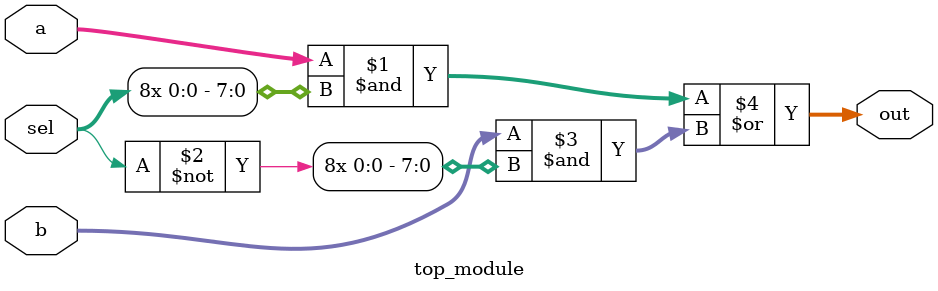
<source format=v>
module top_module (
    input sel,
    input [7:0] a,
    input [7:0] b,
    output [7:0] out  );

    assign out = (a & {8{sel}}) | (b &{8{~sel}});

endmodule
</source>
